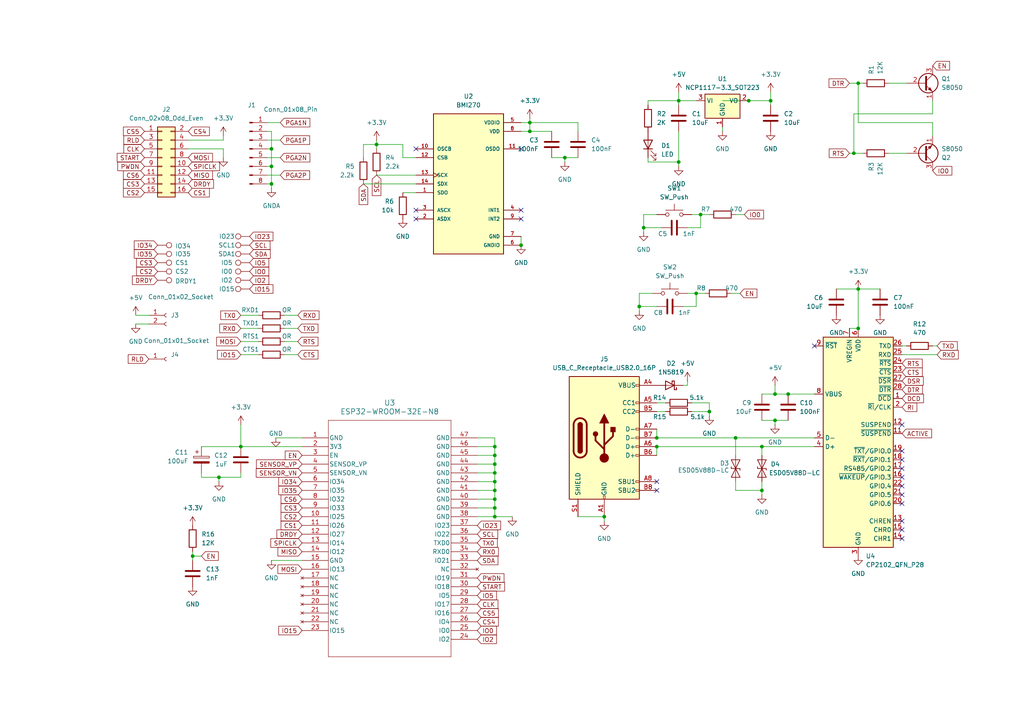
<source format=kicad_sch>
(kicad_sch (version 20231120) (generator "eeschema") (generator_version "8.0")
  (paper "A4")
  (junction (at 143.51 149.86))
  (junction (at 247.65 44.45))
  (junction (at 143.51 137.16))
  (junction (at 196.85 46.99))
  (junction (at 143.51 147.32))
  (junction (at 213.36 127))
  (junction (at 201.93 85.09))
  (junction (at 78.74 53.34))
  (junction (at 55.88 161.29))
  (junction (at 143.51 139.7))
  (junction (at 224.79 121.92))
  (junction (at 228.6 114.3))
  (junction (at 151.13 71.12))
  (junction (at 248.92 95.25))
  (junction (at 190.5 129.54))
  (junction (at 205.74 119.38))
  (junction (at 153.67 38.1))
  (junction (at 248.92 24.13))
  (junction (at 143.51 129.54))
  (junction (at 220.98 142.24))
  (junction (at 163.83 45.72))
  (junction (at 248.92 83.82))
  (junction (at 143.51 134.62))
  (junction (at 224.79 114.3))
  (junction (at 217.17 29.21))
  (junction (at 190.5 127))
  (junction (at 69.85 129.54))
  (junction (at 143.51 132.08))
  (junction (at 63.5 138.43))
  (junction (at 175.26 149.86))
  (junction (at 109.22 41.91))
  (junction (at 186.69 66.04))
  (junction (at 220.98 129.54))
  (junction (at 143.51 142.24))
  (junction (at 78.74 48.26))
  (junction (at 223.52 29.21))
  (junction (at 143.51 144.78))
  (junction (at 185.42 88.9))
  (junction (at 78.74 43.18))
  (junction (at 203.2 62.23))
  (junction (at 196.85 29.21))
  (junction (at 153.67 35.56))
  (no_connect (at 261.62 151.13))
  (no_connect (at 151.13 63.5))
  (no_connect (at 261.62 156.21))
  (no_connect (at 261.62 133.35))
  (no_connect (at 120.65 60.96))
  (no_connect (at 261.62 138.43))
  (no_connect (at 190.5 139.7))
  (no_connect (at 261.62 153.67))
  (no_connect (at 120.65 63.5))
  (no_connect (at 261.62 143.51))
  (no_connect (at 236.22 100.33))
  (no_connect (at 151.13 43.18))
  (no_connect (at 151.13 60.96))
  (no_connect (at 261.62 140.97))
  (no_connect (at 120.65 43.18))
  (no_connect (at 261.62 135.89))
  (no_connect (at 261.62 146.05))
  (no_connect (at 190.5 142.24))
  (no_connect (at 261.62 130.81))
  (no_connect (at 261.62 123.19))
  (wire (pts (xy 261.62 102.87) (xy 271.78 102.87)))
  (wire (pts (xy 201.93 85.09) (xy 204.47 85.09)))
  (wire (pts (xy 109.22 43.18) (xy 109.22 41.91)))
  (wire (pts (xy 55.88 161.29) (xy 55.88 162.56)))
  (wire (pts (xy 138.43 137.16) (xy 143.51 137.16)))
  (wire (pts (xy 167.64 35.56) (xy 153.67 35.56)))
  (wire (pts (xy 138.43 129.54) (xy 143.51 129.54)))
  (wire (pts (xy 261.62 100.33) (xy 262.89 100.33)))
  (wire (pts (xy 54.61 43.18) (xy 64.77 43.18)))
  (wire (pts (xy 69.85 95.25) (xy 74.93 95.25)))
  (wire (pts (xy 248.92 35.56) (xy 248.92 24.13)))
  (wire (pts (xy 105.41 45.72) (xy 105.41 41.91)))
  (wire (pts (xy 217.17 29.21) (xy 223.52 29.21)))
  (wire (pts (xy 58.42 138.43) (xy 63.5 138.43)))
  (wire (pts (xy 186.69 66.04) (xy 186.69 62.23)))
  (wire (pts (xy 201.93 88.9) (xy 201.93 85.09)))
  (wire (pts (xy 64.77 43.18) (xy 64.77 45.72)))
  (wire (pts (xy 186.69 67.31) (xy 186.69 66.04)))
  (wire (pts (xy 163.83 45.72) (xy 167.64 45.72)))
  (wire (pts (xy 58.42 137.16) (xy 58.42 138.43)))
  (wire (pts (xy 82.55 91.44) (xy 86.36 91.44)))
  (wire (pts (xy 153.67 34.29) (xy 153.67 35.56)))
  (wire (pts (xy 143.51 149.86) (xy 148.59 149.86)))
  (wire (pts (xy 186.69 66.04) (xy 191.77 66.04)))
  (wire (pts (xy 116.84 41.91) (xy 116.84 45.72)))
  (wire (pts (xy 246.38 44.45) (xy 247.65 44.45)))
  (wire (pts (xy 138.43 149.86) (xy 143.51 149.86)))
  (wire (pts (xy 80.01 127) (xy 87.63 127)))
  (wire (pts (xy 228.6 114.3) (xy 236.22 114.3)))
  (wire (pts (xy 209.55 29.21) (xy 217.17 29.21)))
  (wire (pts (xy 196.85 38.1) (xy 196.85 46.99)))
  (wire (pts (xy 39.37 91.44) (xy 43.18 91.44)))
  (wire (pts (xy 109.22 50.8) (xy 120.65 50.8)))
  (wire (pts (xy 143.51 127) (xy 143.51 129.54)))
  (wire (pts (xy 77.47 35.56) (xy 81.28 35.56)))
  (wire (pts (xy 270.51 35.56) (xy 248.92 35.56)))
  (wire (pts (xy 270.51 33.02) (xy 270.51 29.21)))
  (wire (pts (xy 77.47 48.26) (xy 78.74 48.26)))
  (wire (pts (xy 220.98 114.3) (xy 224.79 114.3)))
  (wire (pts (xy 185.42 85.09) (xy 189.23 85.09)))
  (wire (pts (xy 151.13 38.1) (xy 153.67 38.1)))
  (wire (pts (xy 143.51 142.24) (xy 143.51 144.78)))
  (wire (pts (xy 187.96 46.99) (xy 187.96 45.72)))
  (wire (pts (xy 246.38 24.13) (xy 248.92 24.13)))
  (wire (pts (xy 109.22 41.91) (xy 116.84 41.91)))
  (wire (pts (xy 228.6 114.3) (xy 224.79 114.3)))
  (wire (pts (xy 78.74 53.34) (xy 78.74 54.61)))
  (wire (pts (xy 200.66 62.23) (xy 203.2 62.23)))
  (wire (pts (xy 187.96 29.21) (xy 196.85 29.21)))
  (wire (pts (xy 220.98 129.54) (xy 236.22 129.54)))
  (wire (pts (xy 78.74 162.56) (xy 87.63 162.56)))
  (wire (pts (xy 69.85 123.19) (xy 69.85 129.54)))
  (wire (pts (xy 143.51 137.16) (xy 143.51 139.7)))
  (wire (pts (xy 224.79 121.92) (xy 228.6 121.92)))
  (wire (pts (xy 205.74 119.38) (xy 205.74 120.65)))
  (wire (pts (xy 215.9 62.23) (xy 213.36 62.23)))
  (wire (pts (xy 193.04 119.38) (xy 190.5 119.38)))
  (wire (pts (xy 55.88 160.02) (xy 55.88 161.29)))
  (wire (pts (xy 69.85 137.16) (xy 69.85 138.43)))
  (wire (pts (xy 199.39 66.04) (xy 203.2 66.04)))
  (wire (pts (xy 190.5 129.54) (xy 220.98 129.54)))
  (wire (pts (xy 203.2 62.23) (xy 205.74 62.23)))
  (wire (pts (xy 105.41 41.91) (xy 109.22 41.91)))
  (wire (pts (xy 143.51 132.08) (xy 143.51 134.62)))
  (wire (pts (xy 109.22 40.64) (xy 109.22 41.91)))
  (wire (pts (xy 186.69 62.23) (xy 190.5 62.23)))
  (wire (pts (xy 82.55 99.06) (xy 86.36 99.06)))
  (wire (pts (xy 248.92 24.13) (xy 250.19 24.13)))
  (wire (pts (xy 190.5 127) (xy 213.36 127)))
  (wire (pts (xy 77.47 40.64) (xy 81.28 40.64)))
  (wire (pts (xy 223.52 26.67) (xy 223.52 29.21)))
  (wire (pts (xy 138.43 127) (xy 143.51 127)))
  (wire (pts (xy 77.47 50.8) (xy 81.28 50.8)))
  (wire (pts (xy 69.85 99.06) (xy 74.93 99.06)))
  (wire (pts (xy 220.98 142.24) (xy 220.98 143.51)))
  (wire (pts (xy 77.47 45.72) (xy 81.28 45.72)))
  (wire (pts (xy 200.66 116.84) (xy 205.74 116.84)))
  (wire (pts (xy 39.37 93.98) (xy 43.18 93.98)))
  (wire (pts (xy 224.79 121.92) (xy 224.79 123.19)))
  (wire (pts (xy 138.43 139.7) (xy 143.51 139.7)))
  (wire (pts (xy 213.36 142.24) (xy 213.36 139.7)))
  (wire (pts (xy 187.96 30.48) (xy 187.96 29.21)))
  (wire (pts (xy 200.66 119.38) (xy 205.74 119.38)))
  (wire (pts (xy 160.02 45.72) (xy 163.83 45.72)))
  (wire (pts (xy 69.85 102.87) (xy 74.93 102.87)))
  (wire (pts (xy 205.74 116.84) (xy 205.74 119.38)))
  (wire (pts (xy 196.85 29.21) (xy 201.93 29.21)))
  (wire (pts (xy 153.67 35.56) (xy 153.67 38.1)))
  (wire (pts (xy 270.51 39.37) (xy 270.51 35.56)))
  (wire (pts (xy 224.79 114.3) (xy 224.79 111.76)))
  (wire (pts (xy 78.74 48.26) (xy 78.74 53.34)))
  (wire (pts (xy 220.98 121.92) (xy 224.79 121.92)))
  (wire (pts (xy 78.74 53.34) (xy 77.47 53.34)))
  (wire (pts (xy 163.83 45.72) (xy 163.83 46.99)))
  (wire (pts (xy 58.42 129.54) (xy 69.85 129.54)))
  (wire (pts (xy 78.74 38.1) (xy 78.74 43.18)))
  (wire (pts (xy 248.92 83.82) (xy 255.27 83.82)))
  (wire (pts (xy 270.51 100.33) (xy 271.78 100.33)))
  (wire (pts (xy 196.85 26.67) (xy 196.85 29.21)))
  (wire (pts (xy 199.39 85.09) (xy 201.93 85.09)))
  (wire (pts (xy 116.84 55.88) (xy 120.65 55.88)))
  (wire (pts (xy 78.74 43.18) (xy 78.74 48.26)))
  (wire (pts (xy 167.64 38.1) (xy 167.64 35.56)))
  (wire (pts (xy 63.5 139.7) (xy 63.5 138.43)))
  (wire (pts (xy 213.36 142.24) (xy 220.98 142.24)))
  (wire (pts (xy 185.42 88.9) (xy 190.5 88.9)))
  (wire (pts (xy 143.51 139.7) (xy 143.51 142.24)))
  (wire (pts (xy 196.85 46.99) (xy 196.85 48.26)))
  (wire (pts (xy 247.65 33.02) (xy 247.65 44.45)))
  (wire (pts (xy 69.85 138.43) (xy 63.5 138.43)))
  (wire (pts (xy 69.85 91.44) (xy 74.93 91.44)))
  (wire (pts (xy 199.39 110.49) (xy 199.39 111.76)))
  (wire (pts (xy 138.43 147.32) (xy 143.51 147.32)))
  (wire (pts (xy 143.51 144.78) (xy 143.51 147.32)))
  (wire (pts (xy 138.43 144.78) (xy 143.51 144.78)))
  (wire (pts (xy 209.55 36.83) (xy 209.55 38.1)))
  (wire (pts (xy 167.64 149.86) (xy 175.26 149.86)))
  (wire (pts (xy 138.43 134.62) (xy 143.51 134.62)))
  (wire (pts (xy 77.47 38.1) (xy 78.74 38.1)))
  (wire (pts (xy 220.98 132.08) (xy 220.98 129.54)))
  (wire (pts (xy 246.38 95.25) (xy 248.92 95.25)))
  (wire (pts (xy 190.5 129.54) (xy 190.5 132.08)))
  (wire (pts (xy 270.51 33.02) (xy 247.65 33.02)))
  (wire (pts (xy 160.02 38.1) (xy 153.67 38.1)))
  (wire (pts (xy 143.51 129.54) (xy 143.51 132.08)))
  (wire (pts (xy 242.57 83.82) (xy 248.92 83.82)))
  (wire (pts (xy 203.2 66.04) (xy 203.2 62.23)))
  (wire (pts (xy 64.77 39.37) (xy 64.77 40.64)))
  (wire (pts (xy 116.84 45.72) (xy 120.65 45.72)))
  (wire (pts (xy 151.13 68.58) (xy 151.13 71.12)))
  (wire (pts (xy 105.41 53.34) (xy 120.65 53.34)))
  (wire (pts (xy 213.36 127) (xy 236.22 127)))
  (wire (pts (xy 82.55 95.25) (xy 86.36 95.25)))
  (wire (pts (xy 69.85 129.54) (xy 87.63 129.54)))
  (wire (pts (xy 247.65 44.45) (xy 250.19 44.45)))
  (wire (pts (xy 196.85 29.21) (xy 196.85 30.48)))
  (wire (pts (xy 143.51 134.62) (xy 143.51 137.16)))
  (wire (pts (xy 214.63 85.09) (xy 212.09 85.09)))
  (wire (pts (xy 77.47 43.18) (xy 78.74 43.18)))
  (wire (pts (xy 54.61 40.64) (xy 64.77 40.64)))
  (wire (pts (xy 257.81 44.45) (xy 262.89 44.45)))
  (wire (pts (xy 199.39 111.76) (xy 198.12 111.76)))
  (wire (pts (xy 138.43 132.08) (xy 143.51 132.08)))
  (wire (pts (xy 248.92 83.82) (xy 248.92 95.25)))
  (wire (pts (xy 185.42 88.9) (xy 185.42 85.09)))
  (wire (pts (xy 151.13 35.56) (xy 153.67 35.56)))
  (wire (pts (xy 190.5 124.46) (xy 190.5 127)))
  (wire (pts (xy 58.42 161.29) (xy 55.88 161.29)))
  (wire (pts (xy 257.81 24.13) (xy 262.89 24.13)))
  (wire (pts (xy 175.26 149.86) (xy 175.26 151.13)))
  (wire (pts (xy 143.51 147.32) (xy 143.51 149.86)))
  (wire (pts (xy 193.04 116.84) (xy 190.5 116.84)))
  (wire (pts (xy 220.98 139.7) (xy 220.98 142.24)))
  (wire (pts (xy 213.36 132.08) (xy 213.36 127)))
  (wire (pts (xy 185.42 90.17) (xy 185.42 88.9)))
  (wire (pts (xy 187.96 46.99) (xy 196.85 46.99)))
  (wire (pts (xy 198.12 88.9) (xy 201.93 88.9)))
  (wire (pts (xy 82.55 102.87) (xy 86.36 102.87)))
  (wire (pts (xy 138.43 142.24) (xy 143.51 142.24)))
  (wire (pts (xy 223.52 29.21) (xy 223.52 30.48)))
  (global_label "CS1" (shape input) (at 54.61 55.88 0) (property "Intersheetrefs" "${INTERSHEET_REFS}" (effects (hide yes))))
  (global_label "EN" (shape input) (at 87.63 132.08 180) (property "Intersheetrefs" "${INTERSHEET_REFS}" (effects (hide yes))))
  (global_label "TX0" (shape input) (at 69.85 91.44 180) (property "Intersheetrefs" "${INTERSHEET_REFS}" (effects (hide yes))))
  (global_label "PWDN" (shape input) (at 41.91 48.26 180) (property "Intersheetrefs" "${INTERSHEET_REFS}" (effects (hide yes))))
  (global_label "IO0" (shape input) (at 215.9 62.23 0) (property "Intersheetrefs" "${INTERSHEET_REFS}" (effects (hide yes))))
  (global_label "PGA2P" (shape input) (at 81.28 50.8 0) (property "Intersheetrefs" "${INTERSHEET_REFS}" (effects (hide yes))))
  (global_label "RXD" (shape input) (at 271.78 102.87 0) (property "Intersheetrefs" "${INTERSHEET_REFS}" (effects (hide yes))))
  (global_label "PGA1P" (shape input) (at 81.28 40.64 0) (property "Intersheetrefs" "${INTERSHEET_REFS}" (effects (hide yes))))
  (global_label "ACTIVE" (shape input) (at 261.62 125.73 0) (property "Intersheetrefs" "${INTERSHEET_REFS}" (effects (hide yes))))
  (global_label "DTR" (shape input) (at 246.38 24.13 180) (property "Intersheetrefs" "${INTERSHEET_REFS}" (effects (hide yes))))
  (global_label "IO23" (shape input) (at 138.43 152.4 0) (property "Intersheetrefs" "${INTERSHEET_REFS}" (effects (hide yes))))
  (global_label "DTR" (shape input) (at 261.62 113.03 0) (property "Intersheetrefs" "${INTERSHEET_REFS}" (effects (hide yes))))
  (global_label "DRDY" (shape input) (at 87.63 154.94 180) (property "Intersheetrefs" "${INTERSHEET_REFS}" (effects (hide yes))))
  (global_label "IO15" (shape input) (at 69.85 102.87 180) (property "Intersheetrefs" "${INTERSHEET_REFS}" (effects (hide yes))))
  (global_label "SCL" (shape input) (at 138.43 154.94 0) (property "Intersheetrefs" "${INTERSHEET_REFS}" (effects (hide yes))))
  (global_label "IO34" (shape input) (at 45.72 71.12 180) (property "Intersheetrefs" "${INTERSHEET_REFS}" (effects (hide yes))))
  (global_label "SDA" (shape input) (at 105.41 53.34 270) (property "Intersheetrefs" "${INTERSHEET_REFS}" (effects (hide yes))))
  (global_label "CS2" (shape input) (at 87.63 149.86 180) (property "Intersheetrefs" "${INTERSHEET_REFS}" (effects (hide yes))))
  (global_label "CS2" (shape input) (at 45.72 78.74 180) (property "Intersheetrefs" "${INTERSHEET_REFS}" (effects (hide yes))))
  (global_label "CS5" (shape input) (at 138.43 177.8 0) (property "Intersheetrefs" "${INTERSHEET_REFS}" (effects (hide yes))))
  (global_label "DRDY" (shape input) (at 45.72 81.28 180) (property "Intersheetrefs" "${INTERSHEET_REFS}" (effects (hide yes))))
  (global_label "IO23" (shape input) (at 72.39 68.58 0) (property "Intersheetrefs" "${INTERSHEET_REFS}" (effects (hide yes))))
  (global_label "IO0" (shape input) (at 138.43 182.88 0) (property "Intersheetrefs" "${INTERSHEET_REFS}" (effects (hide yes))))
  (global_label "IO34" (shape input) (at 87.63 139.7 180) (property "Intersheetrefs" "${INTERSHEET_REFS}" (effects (hide yes))))
  (global_label "IO2" (shape input) (at 138.43 185.42 0) (property "Intersheetrefs" "${INTERSHEET_REFS}" (effects (hide yes))))
  (global_label "IO0" (shape input) (at 270.51 49.53 0) (property "Intersheetrefs" "${INTERSHEET_REFS}" (effects (hide yes))))
  (global_label "IO35" (shape input) (at 45.72 73.66 180) (property "Intersheetrefs" "${INTERSHEET_REFS}" (effects (hide yes))))
  (global_label "IO15" (shape input) (at 72.39 83.82 0) (property "Intersheetrefs" "${INTERSHEET_REFS}" (effects (hide yes))))
  (global_label "SENSOR_VN" (shape input) (at 87.63 137.16 180) (property "Intersheetrefs" "${INTERSHEET_REFS}" (effects (hide yes))))
  (global_label "PGA2N" (shape input) (at 81.28 45.72 0) (property "Intersheetrefs" "${INTERSHEET_REFS}" (effects (hide yes))))
  (global_label "RTS" (shape input) (at 86.36 99.06 0) (property "Intersheetrefs" "${INTERSHEET_REFS}" (effects (hide yes))))
  (global_label "MOSI" (shape input) (at 87.63 165.1 180) (property "Intersheetrefs" "${INTERSHEET_REFS}" (effects (hide yes))))
  (global_label "MISO" (shape input) (at 54.61 50.8 0) (property "Intersheetrefs" "${INTERSHEET_REFS}" (effects (hide yes))))
  (global_label "RLD" (shape input) (at 41.91 40.64 180) (property "Intersheetrefs" "${INTERSHEET_REFS}" (effects (hide yes))))
  (global_label "RTS" (shape input) (at 246.38 44.45 180) (property "Intersheetrefs" "${INTERSHEET_REFS}" (effects (hide yes))))
  (global_label "EN" (shape input) (at 270.51 19.05 0) (property "Intersheetrefs" "${INTERSHEET_REFS}" (effects (hide yes))))
  (global_label "RX0" (shape input) (at 138.43 160.02 0) (property "Intersheetrefs" "${INTERSHEET_REFS}" (effects (hide yes))))
  (global_label "MOSI" (shape input) (at 54.61 45.72 0) (property "Intersheetrefs" "${INTERSHEET_REFS}" (effects (hide yes))))
  (global_label "CS6" (shape input) (at 87.63 144.78 180) (property "Intersheetrefs" "${INTERSHEET_REFS}" (effects (hide yes))))
  (global_label "IO5" (shape input) (at 72.39 76.2 0) (property "Intersheetrefs" "${INTERSHEET_REFS}" (effects (hide yes))))
  (global_label "PWDN" (shape input) (at 138.43 167.64 0) (property "Intersheetrefs" "${INTERSHEET_REFS}" (effects (hide yes))))
  (global_label "SDA" (shape input) (at 72.39 73.66 0) (property "Intersheetrefs" "${INTERSHEET_REFS}" (effects (hide yes))))
  (global_label "IO5" (shape input) (at 138.43 172.72 0) (property "Intersheetrefs" "${INTERSHEET_REFS}" (effects (hide yes))))
  (global_label "SPICLK" (shape input) (at 87.63 157.48 180) (property "Intersheetrefs" "${INTERSHEET_REFS}" (effects (hide yes))))
  (global_label "RX0" (shape input) (at 69.85 95.25 180) (property "Intersheetrefs" "${INTERSHEET_REFS}" (effects (hide yes))))
  (global_label "IO2" (shape input) (at 72.39 81.28 0) (property "Intersheetrefs" "${INTERSHEET_REFS}" (effects (hide yes))))
  (global_label "CS2" (shape input) (at 41.91 55.88 180) (property "Intersheetrefs" "${INTERSHEET_REFS}" (effects (hide yes))))
  (global_label "CTS" (shape input) (at 261.62 107.95 0) (property "Intersheetrefs" "${INTERSHEET_REFS}" (effects (hide yes))))
  (global_label "TXD" (shape input) (at 271.78 100.33 0) (property "Intersheetrefs" "${INTERSHEET_REFS}" (effects (hide yes))))
  (global_label "CLK" (shape input) (at 41.91 43.18 180) (property "Intersheetrefs" "${INTERSHEET_REFS}" (effects (hide yes))))
  (global_label "EN" (shape input) (at 214.63 85.09 0) (property "Intersheetrefs" "${INTERSHEET_REFS}" (effects (hide yes))))
  (global_label "PGA1N" (shape input) (at 81.28 35.56 0) (property "Intersheetrefs" "${INTERSHEET_REFS}" (effects (hide yes))))
  (global_label "IO35" (shape input) (at 87.63 142.24 180) (property "Intersheetrefs" "${INTERSHEET_REFS}" (effects (hide yes))))
  (global_label "IO15" (shape input) (at 87.63 182.88 180) (property "Intersheetrefs" "${INTERSHEET_REFS}" (effects (hide yes))))
  (global_label "SCL" (shape input) (at 109.22 50.8 270) (property "Intersheetrefs" "${INTERSHEET_REFS}" (effects (hide yes))))
  (global_label "SDA" (shape input) (at 138.43 162.56 0) (property "Intersheetrefs" "${INTERSHEET_REFS}" (effects (hide yes))))
  (global_label "MOSI" (shape input) (at 69.85 99.06 180) (property "Intersheetrefs" "${INTERSHEET_REFS}" (effects (hide yes))))
  (global_label "SCL" (shape input) (at 72.39 71.12 0) (property "Intersheetrefs" "${INTERSHEET_REFS}" (effects (hide yes))))
  (global_label "DSR" (shape input) (at 261.62 110.49 0) (property "Intersheetrefs" "${INTERSHEET_REFS}" (effects (hide yes))))
  (global_label "CS5" (shape input) (at 41.91 38.1 180) (property "Intersheetrefs" "${INTERSHEET_REFS}" (effects (hide yes))))
  (global_label "EN" (shape input) (at 58.42 161.29 0) (property "Intersheetrefs" "${INTERSHEET_REFS}" (effects (hide yes))))
  (global_label "IO0" (shape input) (at 72.39 78.74 0) (property "Intersheetrefs" "${INTERSHEET_REFS}" (effects (hide yes))))
  (global_label "CS3" (shape input) (at 41.91 53.34 180) (property "Intersheetrefs" "${INTERSHEET_REFS}" (effects (hide yes))))
  (global_label "DRDY" (shape input) (at 54.61 53.34 0) (property "Intersheetrefs" "${INTERSHEET_REFS}" (effects (hide yes))))
  (global_label "RLD" (shape input) (at 43.18 104.14 180) (property "Intersheetrefs" "${INTERSHEET_REFS}" (effects (hide yes))))
  (global_label "START" (shape input) (at 138.43 170.18 0) (property "Intersheetrefs" "${INTERSHEET_REFS}" (effects (hide yes))))
  (global_label "MISO" (shape input) (at 87.63 160.02 180) (property "Intersheetrefs" "${INTERSHEET_REFS}" (effects (hide yes))))
  (global_label "CS4" (shape input) (at 54.61 38.1 0) (property "Intersheetrefs" "${INTERSHEET_REFS}" (effects (hide yes))))
  (global_label "CLK" (shape input) (at 138.43 175.26 0) (property "Intersheetrefs" "${INTERSHEET_REFS}" (effects (hide yes))))
  (global_label "RI" (shape input) (at 261.62 118.11 0) (property "Intersheetrefs" "${INTERSHEET_REFS}" (effects (hide yes))))
  (global_label "CS4" (shape input) (at 138.43 180.34 0) (property "Intersheetrefs" "${INTERSHEET_REFS}" (effects (hide yes))))
  (global_label "RTS" (shape input) (at 261.62 105.41 0) (property "Intersheetrefs" "${INTERSHEET_REFS}" (effects (hide yes))))
  (global_label "TX0" (shape input) (at 138.43 157.48 0) (property "Intersheetrefs" "${INTERSHEET_REFS}" (effects (hide yes))))
  (global_label "SPICLK" (shape input) (at 54.61 48.26 0) (property "Intersheetrefs" "${INTERSHEET_REFS}" (effects (hide yes))))
  (global_label "CS1" (shape input) (at 87.63 152.4 180) (property "Intersheetrefs" "${INTERSHEET_REFS}" (effects (hide yes))))
  (global_label "DCD" (shape input) (at 261.62 115.57 0) (property "Intersheetrefs" "${INTERSHEET_REFS}" (effects (hide yes))))
  (global_label "START" (shape input) (at 41.91 45.72 180) (property "Intersheetrefs" "${INTERSHEET_REFS}" (effects (hide yes))))
  (global_label "TXD" (shape input) (at 86.36 95.25 0) (property "Intersheetrefs" "${INTERSHEET_REFS}" (effects (hide yes))))
  (global_label "RXD" (shape input) (at 86.36 91.44 0) (property "Intersheetrefs" "${INTERSHEET_REFS}" (effects (hide yes))))
  (global_label "CTS" (shape input) (at 86.36 102.87 0) (property "Intersheetrefs" "${INTERSHEET_REFS}" (effects (hide yes))))
  (global_label "CS3" (shape input) (at 45.72 76.2 180) (property "Intersheetrefs" "${INTERSHEET_REFS}" (effects (hide yes))))
  (global_label "CS3" (shape input) (at 87.63 147.32 180) (property "Intersheetrefs" "${INTERSHEET_REFS}" (effects (hide yes))))
  (global_label "SENSOR_VP" (shape input) (at 87.63 134.62 180) (property "Intersheetrefs" "${INTERSHEET_REFS}" (effects (hide yes))))
  (global_label "CS6" (shape input) (at 41.91 50.8 180) (property "Intersheetrefs" "${INTERSHEET_REFS}" (effects (hide yes))))
  (symbol (lib_id "Regulator_Linear:NCP1117-3.3_SOT223") (at 209.55 29.21 0) (unit 1)
    (property "Reference" "U1" (at 209.55 22.86 0))
    (property "Value" "NCP1117-3.3_SOT223" (at 209.55 25.4 0))
    (property "Footprint" "Package_TO_SOT_SMD:SOT-223-3_TabPin2" (effects (hide yes)))
    (property "Datasheet" "http://www.onsemi.com/pub_link/Collateral/NCP1117-D.PDF" (effects (hide yes)))
    (property "Description" "1A Low drop-out regulator, Fixed Output 3.3V, SOT-223" (effects (hide yes)))
  )
  (symbol (lib_id "power:+3.3V") (at 64.77 39.37 0) (mirror y) (unit 1)
    (property "Reference" "#PWR06" (effects (hide yes)))
    (property "Value" "+3.3V" (at 64.77 34.29 0))
    (property "Description" "Power symbol creates a global label with name \"+3.3V\"" (effects (hide yes)))
  )
  (symbol (lib_id "power:GND") (at 248.92 161.29 0) (unit 1)
    (property "Reference" "#PWR032" (effects (hide yes)))
    (property "Value" "GND" (at 248.92 166.37 0))
    (property "Description" "Power symbol creates a global label with name \"GND\" , ground" (effects (hide yes)))
  )
  (symbol (lib_id "Diode:ESD9B5.0ST5G") (at 220.98 135.89 90) (unit 1)
    (property "Reference" "D4" (at 223.52 134.6199 90) (effects (justify right)))
    (property "Value" "ESD05V88D-LC" (at 223.012 137.16 90) (effects (justify right)))
    (property "Footprint" "SEMG:DFN1006-2N" (effects (hide yes)))
    (property "Datasheet" "https://www.onsemi.com/pub/Collateral/ESD9B-D.PDF" (effects (hide yes)))
    (property "Description" "ESD protection diode, 5.0Vrwm, SOD-923" (effects (hide yes)))
  )
  (symbol (lib_id "Device:R") (at 196.85 116.84 90) (unit 1)
    (property "Reference" "R14" (at 193.294 115.316 90) (effects (justify left)))
    (property "Value" "5.1k" (at 204.216 115.316 90) (effects (justify left)))
    (property "Footprint" "Resistor_SMD:R_0805_2012Metric" (effects (hide yes)))
    (property "Description" "Resistor" (effects (hide yes)))
  )
  (symbol (lib_id "power:GND") (at 163.83 46.99 0) (unit 1)
    (property "Reference" "#PWR09" (effects (hide yes)))
    (property "Value" "GND" (at 163.83 52.07 0))
    (property "Description" "Power symbol creates a global label with name \"GND\" , ground" (effects (hide yes)))
  )
  (symbol (lib_id "Interface_USB:CP2102N-Axx-xQFN28") (at 248.92 128.27 0) (unit 1)
    (property "Reference" "U4" (at 251.1141 161.29 0) (effects (justify left)))
    (property "Value" "CP2102_QFN_P28" (at 251.1141 163.83 0) (effects (justify left)))
    (property "Footprint" "Package_DFN_QFN:QFN-28-1EP_5x5mm_P0.5mm_EP3.35x3.35mm" (effects (hide yes)))
    (property "Datasheet" "https://www.silabs.com/documents/public/data-sheets/cp2102n-datasheet.pdf" (effects (hide yes)))
    (property "Description" "USB to UART master bridge, QFN-28" (effects (hide yes)))
  )
  (symbol (lib_id "power:GND") (at 224.79 123.19 0) (unit 1)
    (property "Reference" "#PWR025" (effects (hide yes)))
    (property "Value" "GND" (at 224.79 128.27 0))
    (property "Description" "Power symbol creates a global label with name \"GND\" , ground" (effects (hide yes)))
  )
  (symbol (lib_id "power:+3.3V") (at 153.67 34.29 0) (unit 1)
    (property "Reference" "#PWR03" (effects (hide yes)))
    (property "Value" "+3.3V" (at 153.67 29.21 0))
    (property "Description" "Power symbol creates a global label with name \"+3.3V\"" (effects (hide yes)))
  )
  (symbol (lib_id "Device:C") (at 160.02 41.91 0) (mirror y) (unit 1)
    (property "Reference" "C3" (at 156.21 40.6399 0) (effects (justify left)))
    (property "Value" "100nF" (at 156.21 43.1799 0) (effects (justify left)))
    (property "Footprint" "Capacitor_SMD:C_0805_2012Metric" (effects (hide yes)))
    (property "Description" "Unpolarized capacitor" (effects (hide yes)))
  )
  (symbol (lib_id "Connector:Conn_01x08_Pin") (at 72.39 43.18 0) (unit 1)
    (property "Reference" "J1" (at 73.025 30.48 0))
    (property "Value" "Conn_01x08_Pin" (at 84.328 31.75 0))
    (property "Footprint" "Connector_PinHeader_2.54mm:PinHeader_1x08_P2.54mm_Vertical" (effects (hide yes)))
    (property "Description" "Generic connector, single row, 01x08, script generated" (effects (hide yes)))
  )
  (symbol (lib_id "power:GND") (at 64.77 45.72 0) (unit 1)
    (property "Reference" "#PWR08" (effects (hide yes)))
    (property "Value" "GND" (at 64.77 50.8 0))
    (property "Description" "Power symbol creates a global label with name \"GND\" , ground" (effects (hide yes)))
  )
  (symbol (lib_id "power:GND") (at 78.74 162.56 0) (unit 1)
    (property "Reference" "#PWR033" (effects (hide yes)))
    (property "Value" "GND" (at 78.74 167.64 0))
    (property "Description" "Power symbol creates a global label with name \"GND\" , ground" (effects (hide yes)))
  )
  (symbol (lib_id "power:+5V") (at 196.85 26.67 0) (unit 1)
    (property "Reference" "#PWR01" (effects (hide yes)))
    (property "Value" "+5V" (at 196.85 21.59 0))
    (property "Description" "Power symbol creates a global label with name \"+5V\"" (effects (hide yes)))
  )
  (symbol (lib_id "Device:C") (at 194.31 88.9 90) (mirror x) (unit 1)
    (property "Reference" "C8" (at 192.278 90.678 90) (effects (justify left)))
    (property "Value" "1nF" (at 200.406 90.678 90) (effects (justify left)))
    (property "Footprint" "Capacitor_SMD:C_0805_2012Metric" (effects (hide yes)))
    (property "Description" "Unpolarized capacitor" (effects (hide yes)))
  )
  (symbol (lib_id "Connector:TestPoint") (at 45.72 78.74 270) (unit 1)
    (property "Reference" "CS2" (at 50.8 78.74 90) (effects (justify left)))
    (property "Value" "TestPoint" (effects (hide yes)))
    (property "Footprint" "TestPoint:TestPoint_Pad_2.5x2.5mm" (effects (hide yes)))
    (property "Description" "test point" (effects (hide yes)))
  )
  (symbol (lib_id "power:GND") (at 196.85 48.26 0) (unit 1)
    (property "Reference" "#PWR010" (effects (hide yes)))
    (property "Value" "GND" (at 196.85 53.34 0))
    (property "Description" "Power symbol creates a global label with name \"GND\" , ground" (effects (hide yes)))
  )
  (symbol (lib_id "Device:R") (at 105.41 49.53 0) (mirror y) (unit 1)
    (property "Reference" "R5" (at 102.87 48.2599 0) (effects (justify left)))
    (property "Value" "2.2k" (at 102.87 50.7999 0) (effects (justify left)))
    (property "Footprint" "Resistor_SMD:R_0805_2012Metric" (effects (hide yes)))
    (property "Description" "Resistor" (effects (hide yes)))
  )
  (symbol (lib_id "Connector:TestPoint") (at 72.39 78.74 90) (unit 1)
    (property "Reference" "IO0" (at 65.786 78.74 90))
    (property "Value" "TestPoint" (effects (hide yes)))
    (property "Footprint" "TestPoint:TestPoint_Pad_2.5x2.5mm" (effects (hide yes)))
    (property "Description" "test point" (effects (hide yes)))
  )
  (symbol (lib_id "Device:R") (at 78.74 95.25 90) (unit 1)
    (property "Reference" "TXD1" (at 75.184 93.726 90) (effects (justify left)))
    (property "Value" "OR" (at 84.582 93.726 90) (effects (justify left)))
    (property "Footprint" "SEMG:JumperDiamond" (effects (hide yes)))
    (property "Description" "Resistor" (effects (hide yes)))
  )
  (symbol (lib_id "Device:C_Polarized") (at 58.42 133.35 0) (unit 1)
    (property "Reference" "C11" (at 54.61 131.1909 0) (effects (justify right)))
    (property "Value" "100uF" (at 54.61 133.7309 0) (effects (justify right)))
    (property "Footprint" "Capacitor_SMD:C_1210_3225Metric" (effects (hide yes)))
    (property "Description" "Polarized capacitor" (effects (hide yes)))
  )
  (symbol (lib_id "Device:R") (at 78.74 91.44 90) (unit 1)
    (property "Reference" "RXD1" (at 75.184 89.916 90) (effects (justify left)))
    (property "Value" "OR" (at 84.582 89.916 90) (effects (justify left)))
    (property "Footprint" "SEMG:JumperDiamond" (effects (hide yes)))
    (property "Description" "Resistor" (effects (hide yes)))
  )
  (symbol (lib_id "power:GND") (at 63.5 139.7 0) (unit 1)
    (property "Reference" "#PWR027" (effects (hide yes)))
    (property "Value" "GND" (at 63.5 144.78 0))
    (property "Description" "Power symbol creates a global label with name \"GND\" , ground" (effects (hide yes)))
  )
  (symbol (lib_id "Transistor_BJT:S8050") (at 267.97 24.13 0) (unit 1)
    (property "Reference" "Q1" (at 273.05 22.8599 0) (effects (justify left)))
    (property "Value" "S8050" (at 273.05 25.3999 0) (effects (justify left)))
    (property "Footprint" "Package_TO_SOT_SMD:SOT-23" (effects (hide yes)))
    (property "Datasheet" "http://www.unisonic.com.tw/datasheet/S8050.pdf" (effects (hide yes)))
    (property "Description" "0.7A Ic, 20V Vce, Low Voltage High Current NPN Transistor, TO-92" (effects (hide yes)))
  )
  (symbol (lib_id "Device:C") (at 255.27 87.63 0) (unit 1)
    (property "Reference" "C7" (at 259.08 86.3599 0) (effects (justify left)))
    (property "Value" "100nF" (at 259.08 88.8999 0) (effects (justify left)))
    (property "Footprint" "Capacitor_SMD:C_0805_2012Metric" (effects (hide yes)))
    (property "Description" "Unpolarized capacitor" (effects (hide yes)))
  )
  (symbol (lib_id "Device:R") (at 266.7 100.33 90) (unit 1)
    (property "Reference" "R12" (at 266.7 93.98 90))
    (property "Value" "470" (at 266.7 96.52 90))
    (property "Footprint" "Resistor_SMD:R_0805_2012Metric" (effects (hide yes)))
    (property "Description" "Resistor" (effects (hide yes)))
  )
  (symbol (lib_id "Device:R") (at 109.22 46.99 0) (unit 1)
    (property "Reference" "R4" (at 111.76 45.7199 0) (effects (justify left)))
    (property "Value" "2.2k" (at 111.76 48.2599 0) (effects (justify left)))
    (property "Footprint" "Resistor_SMD:R_0805_2012Metric" (effects (hide yes)))
    (property "Description" "Resistor" (effects (hide yes)))
  )
  (symbol (lib_id "Device:R") (at 116.84 59.69 0) (mirror y) (unit 1)
    (property "Reference" "R6" (at 114.3 58.4199 0) (effects (justify left)))
    (property "Value" "10k" (at 114.3 60.9599 0) (effects (justify left)))
    (property "Footprint" "Resistor_SMD:R_0805_2012Metric" (effects (hide yes)))
    (property "Description" "Resistor" (effects (hide yes)))
  )
  (symbol (lib_id "power:+3.3V") (at 69.85 123.19 0) (unit 1)
    (property "Reference" "#PWR024" (effects (hide yes)))
    (property "Value" "+3.3V" (at 69.85 118.11 0))
    (property "Description" "Power symbol creates a global label with name \"+3.3V\"" (effects (hide yes)))
  )
  (symbol (lib_id "Switch:SW_Push") (at 194.31 85.09 0) (unit 1)
    (property "Reference" "SW2" (at 194.31 77.47 0))
    (property "Value" "SW_Push" (at 194.31 80.01 0))
    (property "Footprint" "Button_Switch_SMD:SW_Push_1P1T_XKB_TS-1187A" (effects (hide yes)))
    (property "Description" "Push button switch, generic, two pins" (effects (hide yes)))
  )
  (symbol (lib_id "Connector_Generic:Conn_02x08_Odd_Even") (at 46.99 45.72 0) (unit 1)
    (property "Reference" "J2" (at 48.26 31.75 0))
    (property "Value" "Conn_02x08_Odd_Even" (at 48.26 34.29 0))
    (property "Footprint" "Connector_PinHeader_1.27mm:PinHeader_2x08_P1.27mm_Vertical" (effects (hide yes)))
    (property "Description" "Generic connector, double row, 02x08, odd/even pin numbering scheme (row 1 odd numbers, row 2 even numbers), script generated (kicad-library-utils/schlib/autogen/connector/)" (effects (hide yes)))
  )
  (symbol (lib_id "Connector:TestPoint") (at 45.72 76.2 270) (unit 1)
    (property "Reference" "CS1" (at 50.8 76.2 90) (effects (justify left)))
    (property "Value" "TestPoint" (effects (hide yes)))
    (property "Footprint" "TestPoint:TestPoint_Pad_2.5x2.5mm" (effects (hide yes)))
    (property "Description" "test point" (effects (hide yes)))
  )
  (symbol (lib_id "Connector:Conn_01x01_Socket") (at 48.26 104.14 0) (unit 1)
    (property "Reference" "J4" (at 49.53 102.8699 0) (effects (justify left)))
    (property "Value" "Conn_01x01_Socket" (at 41.656 98.806 0) (effects (justify left)))
    (property "Footprint" "Connector_PinHeader_2.54mm:PinHeader_1x01_P2.54mm_Vertical" (effects (hide yes)))
    (property "Description" "Generic connector, single row, 01x01, script generated" (effects (hide yes)))
  )
  (symbol (lib_id "Device:C") (at 55.88 166.37 0) (unit 1)
    (property "Reference" "C13" (at 59.69 165.0999 0) (effects (justify left)))
    (property "Value" "1nF" (at 59.69 167.6399 0) (effects (justify left)))
    (property "Footprint" "Capacitor_SMD:C_0805_2012Metric" (effects (hide yes)))
    (property "Description" "Unpolarized capacitor" (effects (hide yes)))
  )
  (symbol (lib_id "Connector:Conn_01x02_Socket") (at 48.26 91.44 0) (unit 1)
    (property "Reference" "J3" (at 49.53 91.4399 0) (effects (justify left)))
    (property "Value" "Conn_01x02_Socket" (at 42.926 86.106 0) (effects (justify left)))
    (property "Footprint" "Connector_PinHeader_2.54mm:PinHeader_1x02_P2.54mm_Vertical" (effects (hide yes)))
    (property "Description" "Generic connector, single row, 01x02, script generated" (effects (hide yes)))
  )
  (symbol (lib_id "Connector:TestPoint") (at 45.72 81.28 270) (unit 1)
    (property "Reference" "DRDY1" (at 50.8 81.534 90) (effects (justify left)))
    (property "Value" "TestPoint" (effects (hide yes)))
    (property "Footprint" "TestPoint:TestPoint_Pad_2.5x2.5mm" (effects (hide yes)))
    (property "Description" "test point" (effects (hide yes)))
  )
  (symbol (lib_id "power:GND") (at 185.42 90.17 0) (unit 1)
    (property "Reference" "#PWR016" (effects (hide yes)))
    (property "Value" "GND" (at 185.42 95.25 0))
    (property "Description" "Power symbol creates a global label with name \"GND\" , ground" (effects (hide yes)))
  )
  (symbol (lib_id "power:GND") (at 116.84 63.5 0) (unit 1)
    (property "Reference" "#PWR012" (effects (hide yes)))
    (property "Value" "GND" (at 116.84 68.58 0))
    (property "Description" "Power symbol creates a global label with name \"GND\" , ground" (effects (hide yes)))
  )
  (symbol (lib_id "Device:R") (at 78.74 99.06 90) (unit 1)
    (property "Reference" "RTS1" (at 75.184 97.536 90) (effects (justify left)))
    (property "Value" "OR" (at 84.582 97.536 90) (effects (justify left)))
    (property "Footprint" "SEMG:JumperDiamond" (effects (hide yes)))
    (property "Description" "Resistor" (effects (hide yes)))
  )
  (symbol (lib_id "power:GND") (at 80.01 127 0) (unit 1)
    (property "Reference" "#PWR026" (effects (hide yes)))
    (property "Value" "GND" (at 80.01 125.73 0))
    (property "Description" "Power symbol creates a global label with name \"GND\" , ground" (effects (hide yes)))
  )
  (symbol (lib_id "Connector:TestPoint") (at 72.39 71.12 90) (unit 1)
    (property "Reference" "SCL1" (at 65.786 71.12 90))
    (property "Value" "TestPoint" (effects (hide yes)))
    (property "Footprint" "TestPoint:TestPoint_Pad_2.5x2.5mm" (effects (hide yes)))
    (property "Description" "test point" (effects (hide yes)))
  )
  (symbol (lib_id "power:GND") (at 148.59 149.86 0) (unit 1)
    (property "Reference" "#PWR029" (effects (hide yes)))
    (property "Value" "GND" (at 148.59 154.94 0))
    (property "Description" "Power symbol creates a global label with name \"GND\" , ground" (effects (hide yes)))
  )
  (symbol (lib_id "Device:C") (at 242.57 87.63 0) (mirror y) (unit 1)
    (property "Reference" "C6" (at 238.76 86.3599 0) (effects (justify left)))
    (property "Value" "10uF" (at 238.76 88.8999 0) (effects (justify left)))
    (property "Footprint" "Capacitor_SMD:C_0805_2012Metric" (effects (hide yes)))
    (property "Description" "Unpolarized capacitor" (effects (hide yes)))
  )
  (symbol (lib_id "2024-10-18_05-21-51:ESP32-WROOM-32E-N8") (at 87.63 127 0) (unit 1)
    (property "Reference" "U3" (at 113.03 116.84 0) (effects (font (size 1.524 1.524))))
    (property "Value" "ESP32-WROOM-32E-N8" (at 113.03 119.38 0) (effects (font (size 1.524 1.524))))
    (property "Footprint" "SEMG:ESP32­WROOM­32E_EXP" (effects (hide yes)))
    (property "Datasheet" "ESP32-WROOM-32E-N8" (effects (hide yes)))
  )
  (symbol (lib_id "power:GND") (at 151.13 71.12 0) (unit 1)
    (property "Reference" "#PWR014" (effects (hide yes)))
    (property "Value" "GND" (at 151.13 76.2 0))
    (property "Description" "Power symbol creates a global label with name \"GND\" , ground" (effects (hide yes)))
  )
  (symbol (lib_id "Device:R") (at 78.74 102.87 90) (unit 1)
    (property "Reference" "CTS1" (at 75.184 101.346 90) (effects (justify left)))
    (property "Value" "OR" (at 84.582 101.346 90) (effects (justify left)))
    (property "Footprint" "SEMG:JumperDiamond" (effects (hide yes)))
    (property "Description" "Resistor" (effects (hide yes)))
  )
  (symbol (lib_id "Device:LED") (at 187.96 41.91 90) (unit 1)
    (property "Reference" "D1" (at 191.77 42.2274 90) (effects (justify right)))
    (property "Value" "LED" (at 191.77 44.7674 90) (effects (justify right)))
    (property "Footprint" "Diode_SMD:D_0805_2012Metric" (effects (hide yes)))
    (property "Description" "Light emitting diode" (effects (hide yes)))
  )
  (symbol (lib_id "Device:C") (at 69.85 133.35 0) (mirror y) (unit 1)
    (property "Reference" "C12" (at 66.04 132.0799 0) (effects (justify left)))
    (property "Value" "1uF" (at 66.04 134.6199 0) (effects (justify left)))
    (property "Footprint" "Capacitor_SMD:C_0805_2012Metric" (effects (hide yes)))
    (property "Description" "Unpolarized capacitor" (effects (hide yes)))
  )
  (symbol (lib_id "power:GND") (at 242.57 91.44 0) (unit 1)
    (property "Reference" "#PWR018" (effects (hide yes)))
    (property "Value" "GND" (at 242.57 96.52 0))
    (property "Description" "Power symbol creates a global label with name \"GND\" , ground" (effects (hide yes)))
  )
  (symbol (lib_id "BMI270:BMI270") (at 135.89 53.34 0) (unit 1)
    (property "Reference" "U2" (at 135.89 27.94 0))
    (property "Value" "BMI270" (at 135.89 30.48 0))
    (property "Footprint" "SEMG:XDCR_BMI270" (effects (hide yes)))
    (property "PATREV" "1.0" (effects (hide yes)))
    (property "STANDARD" "Manufacturer Recommendations" (effects (hide yes)))
    (property "MAXIMUM_PACKAGE_HEIGHT" "0.87mm" (effects (hide yes)))
    (property "MANUFACTURER" "Bosch Sensortec" (effects (hide yes)))
  )
  (symbol (lib_id "Device:R") (at 208.28 85.09 90) (unit 1)
    (property "Reference" "R8" (at 204.724 83.566 90) (effects (justify left)))
    (property "Value" "470" (at 214.122 83.566 90) (effects (justify left)))
    (property "Footprint" "Resistor_SMD:R_0805_2012Metric" (effects (hide yes)))
    (property "Description" "Resistor" (effects (hide yes)))
  )
  (symbol (lib_id "Device:C") (at 195.58 66.04 90) (mirror x) (unit 1)
    (property "Reference" "C5" (at 193.548 67.818 90) (effects (justify left)))
    (property "Value" "1nF" (at 201.676 67.818 90) (effects (justify left)))
    (property "Footprint" "Capacitor_SMD:C_0805_2012Metric" (effects (hide yes)))
    (property "Description" "Unpolarized capacitor" (effects (hide yes)))
  )
  (symbol (lib_id "power:GND") (at 55.88 170.18 0) (unit 1)
    (property "Reference" "#PWR034" (effects (hide yes)))
    (property "Value" "GND" (at 55.88 175.26 0))
    (property "Description" "Power symbol creates a global label with name \"GND\" , ground" (effects (hide yes)))
  )
  (symbol (lib_id "Device:R") (at 254 44.45 90) (mirror x) (unit 1)
    (property "Reference" "R3" (at 252.7299 46.99 0) (effects (justify left)))
    (property "Value" "12K" (at 255.2699 46.99 0) (effects (justify left)))
    (property "Footprint" "Resistor_SMD:R_0805_2012Metric" (effects (hide yes)))
    (property "Description" "Resistor" (effects (hide yes)))
  )
  (symbol (lib_id "power:GND") (at 255.27 91.44 0) (unit 1)
    (property "Reference" "#PWR019" (effects (hide yes)))
    (property "Value" "GND" (at 255.27 96.52 0))
    (property "Description" "Power symbol creates a global label with name \"GND\" , ground" (effects (hide yes)))
  )
  (symbol (lib_id "Device:R") (at 196.85 119.38 90) (mirror x) (unit 1)
    (property "Reference" "R15" (at 193.294 120.904 90) (effects (justify left)))
    (property "Value" "5.1k" (at 204.47 120.904 90) (effects (justify left)))
    (property "Footprint" "Resistor_SMD:R_0805_2012Metric" (effects (hide yes)))
    (property "Description" "Resistor" (effects (hide yes)))
  )
  (symbol (lib_id "Connector:TestPoint") (at 72.39 73.66 90) (unit 1)
    (property "Reference" "SDA1" (at 65.786 73.66 90))
    (property "Value" "TestPoint" (effects (hide yes)))
    (property "Footprint" "TestPoint:TestPoint_Pad_2.5x2.5mm" (effects (hide yes)))
    (property "Description" "test point" (effects (hide yes)))
  )
  (symbol (lib_id "Connector:TestPoint") (at 72.39 68.58 90) (unit 1)
    (property "Reference" "IO23" (at 65.786 68.58 90))
    (property "Value" "TestPoint" (effects (hide yes)))
    (property "Footprint" "TestPoint:TestPoint_Pad_2.5x2.5mm" (effects (hide yes)))
    (property "Description" "test point" (effects (hide yes)))
  )
  (symbol (lib_id "Diode:ESD9B5.0ST5G") (at 213.36 135.89 90) (unit 1)
    (property "Reference" "D3" (at 208.788 134.366 90) (effects (justify right)))
    (property "Value" "ESD05V88D-LC" (at 196.596 136.398 90) (effects (justify right)))
    (property "Footprint" "SEMG:DFN1006-2N" (effects (hide yes)))
    (property "Datasheet" "https://www.onsemi.com/pub/Collateral/ESD9B-D.PDF" (effects (hide yes)))
    (property "Description" "ESD protection diode, 5.0Vrwm, SOD-923" (effects (hide yes)))
  )
  (symbol (lib_id "power:+5V") (at 39.37 91.44 0) (unit 1)
    (property "Reference" "#PWR017" (effects (hide yes)))
    (property "Value" "+5V" (at 39.37 86.36 0))
    (property "Description" "Power symbol creates a global label with name \"+5V\"" (effects (hide yes)))
  )
  (symbol (lib_id "Connector:TestPoint") (at 45.72 73.66 270) (unit 1)
    (property "Reference" "IO35" (at 50.8 73.66 90) (effects (justify left)))
    (property "Value" "TestPoint" (effects (hide yes)))
    (property "Footprint" "TestPoint:TestPoint_Pad_2.5x2.5mm" (effects (hide yes)))
    (property "Description" "test point" (effects (hide yes)))
  )
  (symbol (lib_id "power:GND") (at 205.74 120.65 0) (unit 1)
    (property "Reference" "#PWR023" (effects (hide yes)))
    (property "Value" "GND" (at 205.74 125.73 0))
    (property "Description" "Power symbol creates a global label with name \"GND\" , ground" (effects (hide yes)))
  )
  (symbol (lib_id "Connector:TestPoint") (at 72.39 83.82 90) (unit 1)
    (property "Reference" "IO15" (at 65.786 83.82 90))
    (property "Value" "TestPoint" (effects (hide yes)))
    (property "Footprint" "TestPoint:TestPoint_Pad_2.5x2.5mm" (effects (hide yes)))
    (property "Description" "test point" (effects (hide yes)))
  )
  (symbol (lib_id "Switch:SW_Push") (at 195.58 62.23 0) (unit 1)
    (property "Reference" "SW1" (at 195.58 54.61 0))
    (property "Value" "SW_Push" (at 195.58 57.15 0))
    (property "Footprint" "Button_Switch_SMD:SW_Push_1P1T_XKB_TS-1187A" (effects (hide yes)))
    (property "Description" "Push button switch, generic, two pins" (effects (hide yes)))
  )
  (symbol (lib_id "power:GND") (at 223.52 38.1 0) (unit 1)
    (property "Reference" "#PWR05" (effects (hide yes)))
    (property "Value" "GND" (at 223.52 43.18 0))
    (property "Description" "Power symbol creates a global label with name \"GND\" , ground" (effects (hide yes)))
  )
  (symbol (lib_id "Connector:TestPoint") (at 45.72 71.12 270) (unit 1)
    (property "Reference" "IO34" (at 50.8 71.374 90) (effects (justify left)))
    (property "Value" "TestPoint" (effects (hide yes)))
    (property "Footprint" "TestPoint:TestPoint_Pad_2.5x2.5mm" (effects (hide yes)))
    (property "Description" "test point" (effects (hide yes)))
  )
  (symbol (lib_id "power:+5V") (at 224.79 111.76 0) (unit 1)
    (property "Reference" "#PWR022" (effects (hide yes)))
    (property "Value" "+5V" (at 224.79 106.68 0))
    (property "Description" "Power symbol creates a global label with name \"+5V\"" (effects (hide yes)))
  )
  (symbol (lib_id "Connector:TestPoint") (at 72.39 81.28 90) (unit 1)
    (property "Reference" "IO2" (at 65.786 81.28 90))
    (property "Value" "TestPoint" (effects (hide yes)))
    (property "Footprint" "TestPoint:TestPoint_Pad_2.5x2.5mm" (effects (hide yes)))
    (property "Description" "test point" (effects (hide yes)))
  )
  (symbol (lib_id "Device:C") (at 223.52 34.29 0) (unit 1)
    (property "Reference" "C2" (at 227.33 33.0199 0) (effects (justify left)))
    (property "Value" "10uF" (at 227.33 35.5599 0) (effects (justify left)))
    (property "Footprint" "Capacitor_SMD:C_0805_2012Metric" (effects (hide yes)))
    (property "Description" "Unpolarized capacitor" (effects (hide yes)))
  )
  (symbol (lib_id "Connector:TestPoint") (at 72.39 76.2 90) (unit 1)
    (property "Reference" "IO5" (at 65.786 76.2 90))
    (property "Value" "TestPoint" (effects (hide yes)))
    (property "Footprint" "TestPoint:TestPoint_Pad_2.5x2.5mm" (effects (hide yes)))
    (property "Description" "test point" (effects (hide yes)))
  )
  (symbol (lib_id "Device:C") (at 167.64 41.91 0) (unit 1)
    (property "Reference" "C4" (at 171.45 40.6399 0) (effects (justify left)))
    (property "Value" "100nF" (at 171.45 43.1799 0) (effects (justify left)))
    (property "Footprint" "Capacitor_SMD:C_0805_2012Metric" (effects (hide yes)))
    (property "Description" "Unpolarized capacitor" (effects (hide yes)))
  )
  (symbol (lib_id "power:+3.3V") (at 109.22 40.64 0) (unit 1)
    (property "Reference" "#PWR07" (effects (hide yes)))
    (property "Value" "+3.3V" (at 109.22 35.56 0))
    (property "Description" "Power symbol creates a global label with name \"+3.3V\"" (effects (hide yes)))
  )
  (symbol (lib_id "power:+5V") (at 199.39 110.49 0) (unit 1)
    (property "Reference" "#PWR021" (effects (hide yes)))
    (property "Value" "+5V" (at 199.39 105.41 0))
    (property "Description" "Power symbol creates a global label with name \"+5V\"" (effects (hide yes)))
  )
  (symbol (lib_id "Device:C") (at 220.98 118.11 0) (mirror y) (unit 1)
    (property "Reference" "C9" (at 217.932 116.84 0) (effects (justify left)))
    (property "Value" "10uF" (at 218.186 119.38 0) (effects (justify left)))
    (property "Footprint" "Capacitor_SMD:C_0805_2012Metric" (effects (hide yes)))
    (property "Description" "Unpolarized capacitor" (effects (hide yes)))
  )
  (symbol (lib_id "Diode:1N5819") (at 194.31 111.76 180) (unit 1)
    (property "Reference" "D2" (at 194.6275 105.41 0))
    (property "Value" "1N5819" (at 194.6275 107.95 0))
    (property "Footprint" "Diode_SMD:D_SOD-323" (effects (hide yes)))
    (property "Datasheet" "http://www.vishay.com/docs/88525/1n5817.pdf" (effects (hide yes)))
    (property "Description" "40V 1A Schottky Barrier Rectifier Diode, DO-41" (effects (hide yes)))
  )
  (symbol (lib_id "Device:C") (at 196.85 34.29 0) (unit 1)
    (property "Reference" "C1" (at 200.66 33.0199 0) (effects (justify left)))
    (property "Value" "10uF" (at 200.66 35.5599 0) (effects (justify left)))
    (property "Footprint" "Capacitor_SMD:C_0805_2012Metric" (effects (hide yes)))
    (property "Description" "Unpolarized capacitor" (effects (hide yes)))
  )
  (symbol (lib_id "Connector:USB_C_Receptacle_USB2.0_16P") (at 175.26 127 0) (unit 1)
    (property "Reference" "J5" (at 175.26 104.14 0))
    (property "Value" "USB_C_Receptacle_USB2.0_16P" (at 175.26 106.68 0))
    (property "Footprint" "Connector_USB:USB_C_Receptacle_HCTL_HC-TYPE-C-16P-01A" (effects (hide yes)))
    (property "Datasheet" "https://www.usb.org/sites/default/files/documents/usb_type-c.zip" (effects (hide yes)))
    (property "Description" "USB 2.0-only 16P Type-C Receptacle connector" (effects (hide yes)))
  )
  (symbol (lib_id "power:GNDA") (at 78.74 54.61 0) (unit 1)
    (property "Reference" "#PWR011" (effects (hide yes)))
    (property "Value" "GNDA" (at 78.74 59.69 0))
    (property "Description" "Power symbol creates a global label with name \"GNDA\" , analog ground" (effects (hide yes)))
  )
  (symbol (lib_id "Device:R") (at 187.96 34.29 0) (unit 1)
    (property "Reference" "R2" (at 190.5 33.0199 0) (effects (justify left)))
    (property "Value" "2K" (at 190.5 35.5599 0) (effects (justify left)))
    (property "Footprint" "Resistor_SMD:R_0805_2012Metric" (effects (hide yes)))
    (property "Description" "Resistor" (effects (hide yes)))
  )
  (symbol (lib_id "power:GND") (at 209.55 38.1 0) (unit 1)
    (property "Reference" "#PWR04" (effects (hide yes)))
    (property "Value" "GND" (at 209.55 43.18 0))
    (property "Description" "Power symbol creates a global label with name \"GND\" , ground" (effects (hide yes)))
  )
  (symbol (lib_id "power:GND") (at 220.98 143.51 0) (unit 1)
    (property "Reference" "#PWR028" (effects (hide yes)))
    (property "Value" "GND" (at 220.98 148.59 0))
    (property "Description" "Power symbol creates a global label with name \"GND\" , ground" (effects (hide yes)))
  )
  (symbol (lib_id "power:GND") (at 186.69 67.31 0) (unit 1)
    (property "Reference" "#PWR013" (effects (hide yes)))
    (property "Value" "GND" (at 186.69 72.39 0))
    (property "Description" "Power symbol creates a global label with name \"GND\" , ground" (effects (hide yes)))
  )
  (symbol (lib_id "power:+3.3V") (at 55.88 152.4 0) (unit 1)
    (property "Reference" "#PWR031" (effects (hide yes)))
    (property "Value" "+3.3V" (at 55.88 147.32 0))
    (property "Description" "Power symbol creates a global label with name \"+3.3V\"" (effects (hide yes)))
  )
  (symbol (lib_id "power:+3.3V") (at 223.52 26.67 0) (unit 1)
    (property "Reference" "#PWR02" (effects (hide yes)))
    (property "Value" "+3.3V" (at 223.52 21.59 0))
    (property "Description" "Power symbol creates a global label with name \"+3.3V\"" (effects (hide yes)))
  )
  (symbol (lib_id "power:+3.3V") (at 248.92 83.82 0) (unit 1)
    (property "Reference" "#PWR015" (effects (hide yes)))
    (property "Value" "+3.3V" (at 248.92 78.74 0))
    (property "Description" "Power symbol creates a global label with name \"+3.3V\"" (effects (hide yes)))
  )
  (symbol (lib_id "Device:R") (at 55.88 156.21 0) (unit 1)
    (property "Reference" "R16" (at 58.42 154.9399 0) (effects (justify left)))
    (property "Value" "12K" (at 58.42 157.4799 0) (effects (justify left)))
    (property "Footprint" "Resistor_SMD:R_0805_2012Metric" (effects (hide yes)))
    (property "Description" "Resistor" (effects (hide yes)))
  )
  (symbol (lib_id "Device:R") (at 209.55 62.23 90) (unit 1)
    (property "Reference" "R7" (at 205.994 60.706 90) (effects (justify left)))
    (property "Value" "470" (at 215.392 60.706 90) (effects (justify left)))
    (property "Footprint" "Resistor_SMD:R_0805_2012Metric" (effects (hide yes)))
    (property "Description" "Resistor" (effects (hide yes)))
  )
  (symbol (lib_id "power:GND") (at 175.26 151.13 0) (unit 1)
    (property "Reference" "#PWR030" (effects (hide yes)))
    (property "Value" "GND" (at 175.26 156.21 0))
    (property "Description" "Power symbol creates a global label with name \"GND\" , ground" (effects (hide yes)))
  )
  (symbol (lib_id "Device:C") (at 228.6 118.11 0) (unit 1)
    (property "Reference" "C10" (at 231.902 116.84 0) (effects (justify left)))
    (property "Value" "100nF" (at 231.902 119.38 0) (effects (justify left)))
    (property "Footprint" "Capacitor_SMD:C_0805_2012Metric" (effects (hide yes)))
    (property "Description" "Unpolarized capacitor" (effects (hide yes)))
  )
  (symbol (lib_id "Transistor_BJT:S8050") (at 267.97 44.45 0) (mirror x) (unit 1)
    (property "Reference" "Q2" (at 273.05 45.7201 0) (effects (justify left)))
    (property "Value" "S8050" (at 273.05 43.1801 0) (effects (justify left)))
    (property "Footprint" "Package_TO_SOT_SMD:SOT-23" (effects (hide yes)))
    (property "Datasheet" "http://www.unisonic.com.tw/datasheet/S8050.pdf" (effects (hide yes)))
    (property "Description" "0.7A Ic, 20V Vce, Low Voltage High Current NPN Transistor, TO-92" (effects (hide yes)))
  )
  (symbol (lib_id "power:GND") (at 39.37 93.98 0) (unit 1)
    (property "Reference" "#PWR020" (effects (hide yes)))
    (property "Value" "GND" (at 39.37 99.06 0))
    (property "Description" "Power symbol creates a global label with name \"GND\" , ground" (effects (hide yes)))
  )
  (symbol (lib_id "Device:R") (at 254 24.13 90) (unit 1)
    (property "Reference" "R1" (at 252.7299 21.59 0) (effects (justify left)))
    (property "Value" "12K" (at 255.2699 21.59 0) (effects (justify left)))
    (property "Footprint" "Resistor_SMD:R_0805_2012Metric" (effects (hide yes)))
    (property "Description" "Resistor" (effects (hide yes)))
  )
)
</source>
